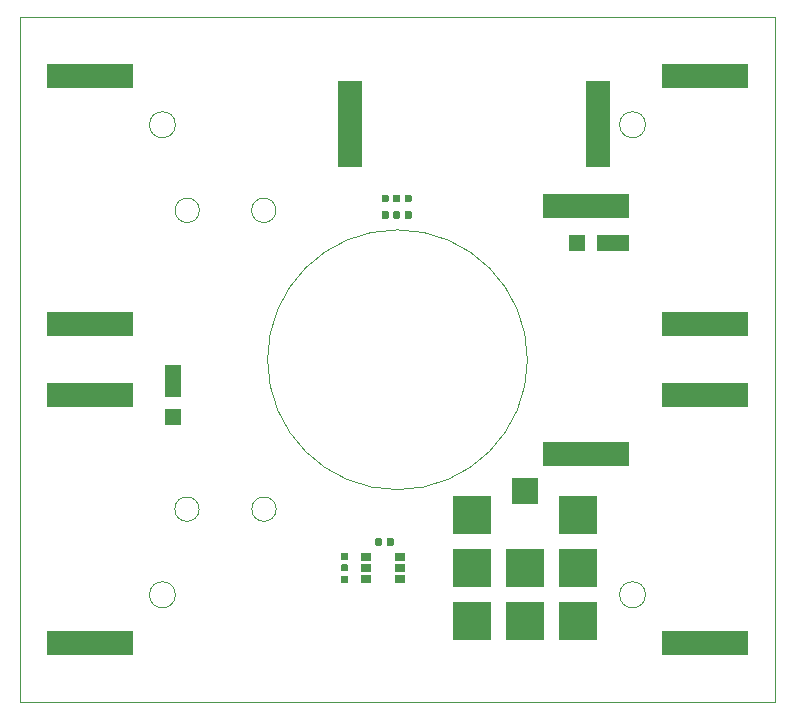
<source format=gbr>
%TF.GenerationSoftware,KiCad,Pcbnew,(5.1.4)-1*%
%TF.CreationDate,2019-10-25T20:54:23-07:00*%
%TF.ProjectId,solarpcd,736f6c61-7270-4636-942e-6b696361645f,rev?*%
%TF.SameCoordinates,Original*%
%TF.FileFunction,Paste,Top*%
%TF.FilePolarity,Positive*%
%FSLAX46Y46*%
G04 Gerber Fmt 4.6, Leading zero omitted, Abs format (unit mm)*
G04 Created by KiCad (PCBNEW (5.1.4)-1) date 2019-10-25 20:54:23*
%MOMM*%
%LPD*%
G04 APERTURE LIST*
%ADD10C,0.050000*%
%ADD11C,0.120000*%
%ADD12C,0.100000*%
%ADD13C,0.590000*%
%ADD14R,0.900000X0.700000*%
%ADD15R,3.200000X3.200000*%
%ADD16R,2.200000X2.200000*%
%ADD17R,7.400000X2.000000*%
%ADD18R,2.000000X7.400000*%
%ADD19R,1.400000X2.700000*%
%ADD20R,1.400000X1.400000*%
%ADD21R,2.700000X1.400000*%
G04 APERTURE END LIST*
D10*
X156000000Y-99000000D02*
G75*
G03X156000000Y-99000000I-11000000J0D01*
G01*
X134727563Y-111650000D02*
G75*
G03X134727563Y-111650000I-1029563J0D01*
G01*
X128202563Y-111650000D02*
G75*
G03X128202563Y-111650000I-1029563J0D01*
G01*
X134704563Y-86350000D02*
G75*
G03X134704563Y-86350000I-1029563J0D01*
G01*
X128229563Y-86350000D02*
G75*
G03X128229563Y-86350000I-1029563J0D01*
G01*
X166000000Y-79100000D02*
G75*
G03X166000000Y-79100000I-1100000J0D01*
G01*
X126200000Y-79100000D02*
G75*
G03X126200000Y-79100000I-1100000J0D01*
G01*
X166000000Y-118900000D02*
G75*
G03X166000000Y-118900000I-1100000J0D01*
G01*
D11*
X126200000Y-118900000D02*
G75*
G03X126200000Y-118900000I-1100000J0D01*
G01*
D12*
X177000000Y-70000000D02*
X113000000Y-70000000D01*
X113000000Y-128000000D02*
X177000000Y-128000000D01*
X177000000Y-128000000D02*
X177000000Y-70000000D01*
X113000000Y-70000000D02*
X113000000Y-128000000D01*
G36*
X156796000Y-111130000D02*
G01*
X156796000Y-109130000D01*
X154796000Y-109130000D01*
X154796000Y-111130000D01*
X156796000Y-111130000D01*
G37*
X156796000Y-111130000D02*
X156796000Y-109130000D01*
X154796000Y-109130000D01*
X154796000Y-111130000D01*
X156796000Y-111130000D01*
G36*
X152796000Y-113630000D02*
G01*
X152796000Y-110630000D01*
X149796000Y-110630000D01*
X149796000Y-113630000D01*
X152796000Y-113630000D01*
G37*
X152796000Y-113630000D02*
X152796000Y-110630000D01*
X149796000Y-110630000D01*
X149796000Y-113630000D01*
X152796000Y-113630000D01*
G36*
X161796000Y-113630000D02*
G01*
X161796000Y-110630000D01*
X158796000Y-110630000D01*
X158796000Y-113630000D01*
X161796000Y-113630000D01*
G37*
X161796000Y-113630000D02*
X161796000Y-110630000D01*
X158796000Y-110630000D01*
X158796000Y-113630000D01*
X161796000Y-113630000D01*
G36*
X152796000Y-118130000D02*
G01*
X152796000Y-115130000D01*
X149796000Y-115130000D01*
X149796000Y-118130000D01*
X152796000Y-118130000D01*
G37*
X152796000Y-118130000D02*
X152796000Y-115130000D01*
X149796000Y-115130000D01*
X149796000Y-118130000D01*
X152796000Y-118130000D01*
G36*
X161796000Y-118130000D02*
G01*
X161796000Y-115130000D01*
X158796000Y-115130000D01*
X158796000Y-118130000D01*
X161796000Y-118130000D01*
G37*
X161796000Y-118130000D02*
X161796000Y-115130000D01*
X158796000Y-115130000D01*
X158796000Y-118130000D01*
X161796000Y-118130000D01*
G36*
X152796000Y-122630000D02*
G01*
X152796000Y-119630000D01*
X149796000Y-119630000D01*
X149796000Y-122630000D01*
X152796000Y-122630000D01*
G37*
X152796000Y-122630000D02*
X152796000Y-119630000D01*
X149796000Y-119630000D01*
X149796000Y-122630000D01*
X152796000Y-122630000D01*
G36*
X157296000Y-122630000D02*
G01*
X157296000Y-119630000D01*
X154296000Y-119630000D01*
X154296000Y-122630000D01*
X157296000Y-122630000D01*
G37*
X157296000Y-122630000D02*
X157296000Y-119630000D01*
X154296000Y-119630000D01*
X154296000Y-122630000D01*
X157296000Y-122630000D01*
G36*
X161796000Y-122630000D02*
G01*
X161796000Y-119630000D01*
X158796000Y-119630000D01*
X158796000Y-122630000D01*
X161796000Y-122630000D01*
G37*
X161796000Y-122630000D02*
X161796000Y-119630000D01*
X158796000Y-119630000D01*
X158796000Y-122630000D01*
X161796000Y-122630000D01*
G36*
X157296000Y-118130000D02*
G01*
X157296000Y-115130000D01*
X154296000Y-115130000D01*
X154296000Y-118130000D01*
X157296000Y-118130000D01*
G37*
X157296000Y-118130000D02*
X157296000Y-115130000D01*
X154296000Y-115130000D01*
X154296000Y-118130000D01*
X157296000Y-118130000D01*
G36*
X143567958Y-114107710D02*
G01*
X143582276Y-114109834D01*
X143596317Y-114113351D01*
X143609946Y-114118228D01*
X143623031Y-114124417D01*
X143635447Y-114131858D01*
X143647073Y-114140481D01*
X143657798Y-114150202D01*
X143667519Y-114160927D01*
X143676142Y-114172553D01*
X143683583Y-114184969D01*
X143689772Y-114198054D01*
X143694649Y-114211683D01*
X143698166Y-114225724D01*
X143700290Y-114240042D01*
X143701000Y-114254500D01*
X143701000Y-114599500D01*
X143700290Y-114613958D01*
X143698166Y-114628276D01*
X143694649Y-114642317D01*
X143689772Y-114655946D01*
X143683583Y-114669031D01*
X143676142Y-114681447D01*
X143667519Y-114693073D01*
X143657798Y-114703798D01*
X143647073Y-114713519D01*
X143635447Y-114722142D01*
X143623031Y-114729583D01*
X143609946Y-114735772D01*
X143596317Y-114740649D01*
X143582276Y-114744166D01*
X143567958Y-114746290D01*
X143553500Y-114747000D01*
X143258500Y-114747000D01*
X143244042Y-114746290D01*
X143229724Y-114744166D01*
X143215683Y-114740649D01*
X143202054Y-114735772D01*
X143188969Y-114729583D01*
X143176553Y-114722142D01*
X143164927Y-114713519D01*
X143154202Y-114703798D01*
X143144481Y-114693073D01*
X143135858Y-114681447D01*
X143128417Y-114669031D01*
X143122228Y-114655946D01*
X143117351Y-114642317D01*
X143113834Y-114628276D01*
X143111710Y-114613958D01*
X143111000Y-114599500D01*
X143111000Y-114254500D01*
X143111710Y-114240042D01*
X143113834Y-114225724D01*
X143117351Y-114211683D01*
X143122228Y-114198054D01*
X143128417Y-114184969D01*
X143135858Y-114172553D01*
X143144481Y-114160927D01*
X143154202Y-114150202D01*
X143164927Y-114140481D01*
X143176553Y-114131858D01*
X143188969Y-114124417D01*
X143202054Y-114118228D01*
X143215683Y-114113351D01*
X143229724Y-114109834D01*
X143244042Y-114107710D01*
X143258500Y-114107000D01*
X143553500Y-114107000D01*
X143567958Y-114107710D01*
X143567958Y-114107710D01*
G37*
D13*
X143406000Y-114427000D03*
D12*
G36*
X144537958Y-114107710D02*
G01*
X144552276Y-114109834D01*
X144566317Y-114113351D01*
X144579946Y-114118228D01*
X144593031Y-114124417D01*
X144605447Y-114131858D01*
X144617073Y-114140481D01*
X144627798Y-114150202D01*
X144637519Y-114160927D01*
X144646142Y-114172553D01*
X144653583Y-114184969D01*
X144659772Y-114198054D01*
X144664649Y-114211683D01*
X144668166Y-114225724D01*
X144670290Y-114240042D01*
X144671000Y-114254500D01*
X144671000Y-114599500D01*
X144670290Y-114613958D01*
X144668166Y-114628276D01*
X144664649Y-114642317D01*
X144659772Y-114655946D01*
X144653583Y-114669031D01*
X144646142Y-114681447D01*
X144637519Y-114693073D01*
X144627798Y-114703798D01*
X144617073Y-114713519D01*
X144605447Y-114722142D01*
X144593031Y-114729583D01*
X144579946Y-114735772D01*
X144566317Y-114740649D01*
X144552276Y-114744166D01*
X144537958Y-114746290D01*
X144523500Y-114747000D01*
X144228500Y-114747000D01*
X144214042Y-114746290D01*
X144199724Y-114744166D01*
X144185683Y-114740649D01*
X144172054Y-114735772D01*
X144158969Y-114729583D01*
X144146553Y-114722142D01*
X144134927Y-114713519D01*
X144124202Y-114703798D01*
X144114481Y-114693073D01*
X144105858Y-114681447D01*
X144098417Y-114669031D01*
X144092228Y-114655946D01*
X144087351Y-114642317D01*
X144083834Y-114628276D01*
X144081710Y-114613958D01*
X144081000Y-114599500D01*
X144081000Y-114254500D01*
X144081710Y-114240042D01*
X144083834Y-114225724D01*
X144087351Y-114211683D01*
X144092228Y-114198054D01*
X144098417Y-114184969D01*
X144105858Y-114172553D01*
X144114481Y-114160927D01*
X144124202Y-114150202D01*
X144134927Y-114140481D01*
X144146553Y-114131858D01*
X144158969Y-114124417D01*
X144172054Y-114118228D01*
X144185683Y-114113351D01*
X144199724Y-114109834D01*
X144214042Y-114107710D01*
X144228500Y-114107000D01*
X144523500Y-114107000D01*
X144537958Y-114107710D01*
X144537958Y-114107710D01*
G37*
D13*
X144376000Y-114427000D03*
D14*
X142314000Y-115699500D03*
X142314000Y-116649500D03*
X142314000Y-117599500D03*
X145214000Y-117599500D03*
X145214000Y-116649500D03*
X145214000Y-115699500D03*
D15*
X151296000Y-112130000D03*
D16*
X155796000Y-110130000D03*
D15*
X160296000Y-112130000D03*
X151296000Y-116630000D03*
X155796000Y-116630000D03*
X160296000Y-116630000D03*
X151296000Y-121130000D03*
X155796000Y-121130000D03*
X160296000Y-121130000D03*
D17*
X119000000Y-96000000D03*
X119000000Y-75000000D03*
X171000000Y-102000000D03*
X171000000Y-123000000D03*
D18*
X162000000Y-79000000D03*
X141000000Y-79000000D03*
D17*
X161000000Y-107000000D03*
X161000000Y-86000000D03*
X119000000Y-102000000D03*
X119000000Y-123000000D03*
X171000000Y-96000000D03*
X171000000Y-75000000D03*
D19*
X126000000Y-100800000D03*
D20*
X126000000Y-103850000D03*
D21*
X163252000Y-89154000D03*
D20*
X160202000Y-89154000D03*
D12*
G36*
X145091958Y-85024710D02*
G01*
X145106276Y-85026834D01*
X145120317Y-85030351D01*
X145133946Y-85035228D01*
X145147031Y-85041417D01*
X145159447Y-85048858D01*
X145171073Y-85057481D01*
X145181798Y-85067202D01*
X145191519Y-85077927D01*
X145200142Y-85089553D01*
X145207583Y-85101969D01*
X145213772Y-85115054D01*
X145218649Y-85128683D01*
X145222166Y-85142724D01*
X145224290Y-85157042D01*
X145225000Y-85171500D01*
X145225000Y-85516500D01*
X145224290Y-85530958D01*
X145222166Y-85545276D01*
X145218649Y-85559317D01*
X145213772Y-85572946D01*
X145207583Y-85586031D01*
X145200142Y-85598447D01*
X145191519Y-85610073D01*
X145181798Y-85620798D01*
X145171073Y-85630519D01*
X145159447Y-85639142D01*
X145147031Y-85646583D01*
X145133946Y-85652772D01*
X145120317Y-85657649D01*
X145106276Y-85661166D01*
X145091958Y-85663290D01*
X145077500Y-85664000D01*
X144782500Y-85664000D01*
X144768042Y-85663290D01*
X144753724Y-85661166D01*
X144739683Y-85657649D01*
X144726054Y-85652772D01*
X144712969Y-85646583D01*
X144700553Y-85639142D01*
X144688927Y-85630519D01*
X144678202Y-85620798D01*
X144668481Y-85610073D01*
X144659858Y-85598447D01*
X144652417Y-85586031D01*
X144646228Y-85572946D01*
X144641351Y-85559317D01*
X144637834Y-85545276D01*
X144635710Y-85530958D01*
X144635000Y-85516500D01*
X144635000Y-85171500D01*
X144635710Y-85157042D01*
X144637834Y-85142724D01*
X144641351Y-85128683D01*
X144646228Y-85115054D01*
X144652417Y-85101969D01*
X144659858Y-85089553D01*
X144668481Y-85077927D01*
X144678202Y-85067202D01*
X144688927Y-85057481D01*
X144700553Y-85048858D01*
X144712969Y-85041417D01*
X144726054Y-85035228D01*
X144739683Y-85030351D01*
X144753724Y-85026834D01*
X144768042Y-85024710D01*
X144782500Y-85024000D01*
X145077500Y-85024000D01*
X145091958Y-85024710D01*
X145091958Y-85024710D01*
G37*
D13*
X144930000Y-85344000D03*
D12*
G36*
X146061958Y-85024710D02*
G01*
X146076276Y-85026834D01*
X146090317Y-85030351D01*
X146103946Y-85035228D01*
X146117031Y-85041417D01*
X146129447Y-85048858D01*
X146141073Y-85057481D01*
X146151798Y-85067202D01*
X146161519Y-85077927D01*
X146170142Y-85089553D01*
X146177583Y-85101969D01*
X146183772Y-85115054D01*
X146188649Y-85128683D01*
X146192166Y-85142724D01*
X146194290Y-85157042D01*
X146195000Y-85171500D01*
X146195000Y-85516500D01*
X146194290Y-85530958D01*
X146192166Y-85545276D01*
X146188649Y-85559317D01*
X146183772Y-85572946D01*
X146177583Y-85586031D01*
X146170142Y-85598447D01*
X146161519Y-85610073D01*
X146151798Y-85620798D01*
X146141073Y-85630519D01*
X146129447Y-85639142D01*
X146117031Y-85646583D01*
X146103946Y-85652772D01*
X146090317Y-85657649D01*
X146076276Y-85661166D01*
X146061958Y-85663290D01*
X146047500Y-85664000D01*
X145752500Y-85664000D01*
X145738042Y-85663290D01*
X145723724Y-85661166D01*
X145709683Y-85657649D01*
X145696054Y-85652772D01*
X145682969Y-85646583D01*
X145670553Y-85639142D01*
X145658927Y-85630519D01*
X145648202Y-85620798D01*
X145638481Y-85610073D01*
X145629858Y-85598447D01*
X145622417Y-85586031D01*
X145616228Y-85572946D01*
X145611351Y-85559317D01*
X145607834Y-85545276D01*
X145605710Y-85530958D01*
X145605000Y-85516500D01*
X145605000Y-85171500D01*
X145605710Y-85157042D01*
X145607834Y-85142724D01*
X145611351Y-85128683D01*
X145616228Y-85115054D01*
X145622417Y-85101969D01*
X145629858Y-85089553D01*
X145638481Y-85077927D01*
X145648202Y-85067202D01*
X145658927Y-85057481D01*
X145670553Y-85048858D01*
X145682969Y-85041417D01*
X145696054Y-85035228D01*
X145709683Y-85030351D01*
X145723724Y-85026834D01*
X145738042Y-85024710D01*
X145752500Y-85024000D01*
X146047500Y-85024000D01*
X146061958Y-85024710D01*
X146061958Y-85024710D01*
G37*
D13*
X145900000Y-85344000D03*
D12*
G36*
X144121678Y-85024710D02*
G01*
X144135996Y-85026834D01*
X144150037Y-85030351D01*
X144163666Y-85035228D01*
X144176751Y-85041417D01*
X144189167Y-85048858D01*
X144200793Y-85057481D01*
X144211518Y-85067202D01*
X144221239Y-85077927D01*
X144229862Y-85089553D01*
X144237303Y-85101969D01*
X144243492Y-85115054D01*
X144248369Y-85128683D01*
X144251886Y-85142724D01*
X144254010Y-85157042D01*
X144254720Y-85171500D01*
X144254720Y-85516500D01*
X144254010Y-85530958D01*
X144251886Y-85545276D01*
X144248369Y-85559317D01*
X144243492Y-85572946D01*
X144237303Y-85586031D01*
X144229862Y-85598447D01*
X144221239Y-85610073D01*
X144211518Y-85620798D01*
X144200793Y-85630519D01*
X144189167Y-85639142D01*
X144176751Y-85646583D01*
X144163666Y-85652772D01*
X144150037Y-85657649D01*
X144135996Y-85661166D01*
X144121678Y-85663290D01*
X144107220Y-85664000D01*
X143812220Y-85664000D01*
X143797762Y-85663290D01*
X143783444Y-85661166D01*
X143769403Y-85657649D01*
X143755774Y-85652772D01*
X143742689Y-85646583D01*
X143730273Y-85639142D01*
X143718647Y-85630519D01*
X143707922Y-85620798D01*
X143698201Y-85610073D01*
X143689578Y-85598447D01*
X143682137Y-85586031D01*
X143675948Y-85572946D01*
X143671071Y-85559317D01*
X143667554Y-85545276D01*
X143665430Y-85530958D01*
X143664720Y-85516500D01*
X143664720Y-85171500D01*
X143665430Y-85157042D01*
X143667554Y-85142724D01*
X143671071Y-85128683D01*
X143675948Y-85115054D01*
X143682137Y-85101969D01*
X143689578Y-85089553D01*
X143698201Y-85077927D01*
X143707922Y-85067202D01*
X143718647Y-85057481D01*
X143730273Y-85048858D01*
X143742689Y-85041417D01*
X143755774Y-85035228D01*
X143769403Y-85030351D01*
X143783444Y-85026834D01*
X143797762Y-85024710D01*
X143812220Y-85024000D01*
X144107220Y-85024000D01*
X144121678Y-85024710D01*
X144121678Y-85024710D01*
G37*
D13*
X143959720Y-85344000D03*
D12*
G36*
X145091678Y-85024710D02*
G01*
X145105996Y-85026834D01*
X145120037Y-85030351D01*
X145133666Y-85035228D01*
X145146751Y-85041417D01*
X145159167Y-85048858D01*
X145170793Y-85057481D01*
X145181518Y-85067202D01*
X145191239Y-85077927D01*
X145199862Y-85089553D01*
X145207303Y-85101969D01*
X145213492Y-85115054D01*
X145218369Y-85128683D01*
X145221886Y-85142724D01*
X145224010Y-85157042D01*
X145224720Y-85171500D01*
X145224720Y-85516500D01*
X145224010Y-85530958D01*
X145221886Y-85545276D01*
X145218369Y-85559317D01*
X145213492Y-85572946D01*
X145207303Y-85586031D01*
X145199862Y-85598447D01*
X145191239Y-85610073D01*
X145181518Y-85620798D01*
X145170793Y-85630519D01*
X145159167Y-85639142D01*
X145146751Y-85646583D01*
X145133666Y-85652772D01*
X145120037Y-85657649D01*
X145105996Y-85661166D01*
X145091678Y-85663290D01*
X145077220Y-85664000D01*
X144782220Y-85664000D01*
X144767762Y-85663290D01*
X144753444Y-85661166D01*
X144739403Y-85657649D01*
X144725774Y-85652772D01*
X144712689Y-85646583D01*
X144700273Y-85639142D01*
X144688647Y-85630519D01*
X144677922Y-85620798D01*
X144668201Y-85610073D01*
X144659578Y-85598447D01*
X144652137Y-85586031D01*
X144645948Y-85572946D01*
X144641071Y-85559317D01*
X144637554Y-85545276D01*
X144635430Y-85530958D01*
X144634720Y-85516500D01*
X144634720Y-85171500D01*
X144635430Y-85157042D01*
X144637554Y-85142724D01*
X144641071Y-85128683D01*
X144645948Y-85115054D01*
X144652137Y-85101969D01*
X144659578Y-85089553D01*
X144668201Y-85077927D01*
X144677922Y-85067202D01*
X144688647Y-85057481D01*
X144700273Y-85048858D01*
X144712689Y-85041417D01*
X144725774Y-85035228D01*
X144739403Y-85030351D01*
X144753444Y-85026834D01*
X144767762Y-85024710D01*
X144782220Y-85024000D01*
X145077220Y-85024000D01*
X145091678Y-85024710D01*
X145091678Y-85024710D01*
G37*
D13*
X144929720Y-85344000D03*
D12*
G36*
X145091958Y-86421710D02*
G01*
X145106276Y-86423834D01*
X145120317Y-86427351D01*
X145133946Y-86432228D01*
X145147031Y-86438417D01*
X145159447Y-86445858D01*
X145171073Y-86454481D01*
X145181798Y-86464202D01*
X145191519Y-86474927D01*
X145200142Y-86486553D01*
X145207583Y-86498969D01*
X145213772Y-86512054D01*
X145218649Y-86525683D01*
X145222166Y-86539724D01*
X145224290Y-86554042D01*
X145225000Y-86568500D01*
X145225000Y-86913500D01*
X145224290Y-86927958D01*
X145222166Y-86942276D01*
X145218649Y-86956317D01*
X145213772Y-86969946D01*
X145207583Y-86983031D01*
X145200142Y-86995447D01*
X145191519Y-87007073D01*
X145181798Y-87017798D01*
X145171073Y-87027519D01*
X145159447Y-87036142D01*
X145147031Y-87043583D01*
X145133946Y-87049772D01*
X145120317Y-87054649D01*
X145106276Y-87058166D01*
X145091958Y-87060290D01*
X145077500Y-87061000D01*
X144782500Y-87061000D01*
X144768042Y-87060290D01*
X144753724Y-87058166D01*
X144739683Y-87054649D01*
X144726054Y-87049772D01*
X144712969Y-87043583D01*
X144700553Y-87036142D01*
X144688927Y-87027519D01*
X144678202Y-87017798D01*
X144668481Y-87007073D01*
X144659858Y-86995447D01*
X144652417Y-86983031D01*
X144646228Y-86969946D01*
X144641351Y-86956317D01*
X144637834Y-86942276D01*
X144635710Y-86927958D01*
X144635000Y-86913500D01*
X144635000Y-86568500D01*
X144635710Y-86554042D01*
X144637834Y-86539724D01*
X144641351Y-86525683D01*
X144646228Y-86512054D01*
X144652417Y-86498969D01*
X144659858Y-86486553D01*
X144668481Y-86474927D01*
X144678202Y-86464202D01*
X144688927Y-86454481D01*
X144700553Y-86445858D01*
X144712969Y-86438417D01*
X144726054Y-86432228D01*
X144739683Y-86427351D01*
X144753724Y-86423834D01*
X144768042Y-86421710D01*
X144782500Y-86421000D01*
X145077500Y-86421000D01*
X145091958Y-86421710D01*
X145091958Y-86421710D01*
G37*
D13*
X144930000Y-86741000D03*
D12*
G36*
X146061958Y-86421710D02*
G01*
X146076276Y-86423834D01*
X146090317Y-86427351D01*
X146103946Y-86432228D01*
X146117031Y-86438417D01*
X146129447Y-86445858D01*
X146141073Y-86454481D01*
X146151798Y-86464202D01*
X146161519Y-86474927D01*
X146170142Y-86486553D01*
X146177583Y-86498969D01*
X146183772Y-86512054D01*
X146188649Y-86525683D01*
X146192166Y-86539724D01*
X146194290Y-86554042D01*
X146195000Y-86568500D01*
X146195000Y-86913500D01*
X146194290Y-86927958D01*
X146192166Y-86942276D01*
X146188649Y-86956317D01*
X146183772Y-86969946D01*
X146177583Y-86983031D01*
X146170142Y-86995447D01*
X146161519Y-87007073D01*
X146151798Y-87017798D01*
X146141073Y-87027519D01*
X146129447Y-87036142D01*
X146117031Y-87043583D01*
X146103946Y-87049772D01*
X146090317Y-87054649D01*
X146076276Y-87058166D01*
X146061958Y-87060290D01*
X146047500Y-87061000D01*
X145752500Y-87061000D01*
X145738042Y-87060290D01*
X145723724Y-87058166D01*
X145709683Y-87054649D01*
X145696054Y-87049772D01*
X145682969Y-87043583D01*
X145670553Y-87036142D01*
X145658927Y-87027519D01*
X145648202Y-87017798D01*
X145638481Y-87007073D01*
X145629858Y-86995447D01*
X145622417Y-86983031D01*
X145616228Y-86969946D01*
X145611351Y-86956317D01*
X145607834Y-86942276D01*
X145605710Y-86927958D01*
X145605000Y-86913500D01*
X145605000Y-86568500D01*
X145605710Y-86554042D01*
X145607834Y-86539724D01*
X145611351Y-86525683D01*
X145616228Y-86512054D01*
X145622417Y-86498969D01*
X145629858Y-86486553D01*
X145638481Y-86474927D01*
X145648202Y-86464202D01*
X145658927Y-86454481D01*
X145670553Y-86445858D01*
X145682969Y-86438417D01*
X145696054Y-86432228D01*
X145709683Y-86427351D01*
X145723724Y-86423834D01*
X145738042Y-86421710D01*
X145752500Y-86421000D01*
X146047500Y-86421000D01*
X146061958Y-86421710D01*
X146061958Y-86421710D01*
G37*
D13*
X145900000Y-86741000D03*
D12*
G36*
X144121678Y-86421710D02*
G01*
X144135996Y-86423834D01*
X144150037Y-86427351D01*
X144163666Y-86432228D01*
X144176751Y-86438417D01*
X144189167Y-86445858D01*
X144200793Y-86454481D01*
X144211518Y-86464202D01*
X144221239Y-86474927D01*
X144229862Y-86486553D01*
X144237303Y-86498969D01*
X144243492Y-86512054D01*
X144248369Y-86525683D01*
X144251886Y-86539724D01*
X144254010Y-86554042D01*
X144254720Y-86568500D01*
X144254720Y-86913500D01*
X144254010Y-86927958D01*
X144251886Y-86942276D01*
X144248369Y-86956317D01*
X144243492Y-86969946D01*
X144237303Y-86983031D01*
X144229862Y-86995447D01*
X144221239Y-87007073D01*
X144211518Y-87017798D01*
X144200793Y-87027519D01*
X144189167Y-87036142D01*
X144176751Y-87043583D01*
X144163666Y-87049772D01*
X144150037Y-87054649D01*
X144135996Y-87058166D01*
X144121678Y-87060290D01*
X144107220Y-87061000D01*
X143812220Y-87061000D01*
X143797762Y-87060290D01*
X143783444Y-87058166D01*
X143769403Y-87054649D01*
X143755774Y-87049772D01*
X143742689Y-87043583D01*
X143730273Y-87036142D01*
X143718647Y-87027519D01*
X143707922Y-87017798D01*
X143698201Y-87007073D01*
X143689578Y-86995447D01*
X143682137Y-86983031D01*
X143675948Y-86969946D01*
X143671071Y-86956317D01*
X143667554Y-86942276D01*
X143665430Y-86927958D01*
X143664720Y-86913500D01*
X143664720Y-86568500D01*
X143665430Y-86554042D01*
X143667554Y-86539724D01*
X143671071Y-86525683D01*
X143675948Y-86512054D01*
X143682137Y-86498969D01*
X143689578Y-86486553D01*
X143698201Y-86474927D01*
X143707922Y-86464202D01*
X143718647Y-86454481D01*
X143730273Y-86445858D01*
X143742689Y-86438417D01*
X143755774Y-86432228D01*
X143769403Y-86427351D01*
X143783444Y-86423834D01*
X143797762Y-86421710D01*
X143812220Y-86421000D01*
X144107220Y-86421000D01*
X144121678Y-86421710D01*
X144121678Y-86421710D01*
G37*
D13*
X143959720Y-86741000D03*
D12*
G36*
X145091678Y-86421710D02*
G01*
X145105996Y-86423834D01*
X145120037Y-86427351D01*
X145133666Y-86432228D01*
X145146751Y-86438417D01*
X145159167Y-86445858D01*
X145170793Y-86454481D01*
X145181518Y-86464202D01*
X145191239Y-86474927D01*
X145199862Y-86486553D01*
X145207303Y-86498969D01*
X145213492Y-86512054D01*
X145218369Y-86525683D01*
X145221886Y-86539724D01*
X145224010Y-86554042D01*
X145224720Y-86568500D01*
X145224720Y-86913500D01*
X145224010Y-86927958D01*
X145221886Y-86942276D01*
X145218369Y-86956317D01*
X145213492Y-86969946D01*
X145207303Y-86983031D01*
X145199862Y-86995447D01*
X145191239Y-87007073D01*
X145181518Y-87017798D01*
X145170793Y-87027519D01*
X145159167Y-87036142D01*
X145146751Y-87043583D01*
X145133666Y-87049772D01*
X145120037Y-87054649D01*
X145105996Y-87058166D01*
X145091678Y-87060290D01*
X145077220Y-87061000D01*
X144782220Y-87061000D01*
X144767762Y-87060290D01*
X144753444Y-87058166D01*
X144739403Y-87054649D01*
X144725774Y-87049772D01*
X144712689Y-87043583D01*
X144700273Y-87036142D01*
X144688647Y-87027519D01*
X144677922Y-87017798D01*
X144668201Y-87007073D01*
X144659578Y-86995447D01*
X144652137Y-86983031D01*
X144645948Y-86969946D01*
X144641071Y-86956317D01*
X144637554Y-86942276D01*
X144635430Y-86927958D01*
X144634720Y-86913500D01*
X144634720Y-86568500D01*
X144635430Y-86554042D01*
X144637554Y-86539724D01*
X144641071Y-86525683D01*
X144645948Y-86512054D01*
X144652137Y-86498969D01*
X144659578Y-86486553D01*
X144668201Y-86474927D01*
X144677922Y-86464202D01*
X144688647Y-86454481D01*
X144700273Y-86445858D01*
X144712689Y-86438417D01*
X144725774Y-86432228D01*
X144739403Y-86427351D01*
X144753444Y-86423834D01*
X144767762Y-86421710D01*
X144782220Y-86421000D01*
X145077220Y-86421000D01*
X145091678Y-86421710D01*
X145091678Y-86421710D01*
G37*
D13*
X144929720Y-86741000D03*
D12*
G36*
X140712458Y-116337710D02*
G01*
X140726776Y-116339834D01*
X140740817Y-116343351D01*
X140754446Y-116348228D01*
X140767531Y-116354417D01*
X140779947Y-116361858D01*
X140791573Y-116370481D01*
X140802298Y-116380202D01*
X140812019Y-116390927D01*
X140820642Y-116402553D01*
X140828083Y-116414969D01*
X140834272Y-116428054D01*
X140839149Y-116441683D01*
X140842666Y-116455724D01*
X140844790Y-116470042D01*
X140845500Y-116484500D01*
X140845500Y-116779500D01*
X140844790Y-116793958D01*
X140842666Y-116808276D01*
X140839149Y-116822317D01*
X140834272Y-116835946D01*
X140828083Y-116849031D01*
X140820642Y-116861447D01*
X140812019Y-116873073D01*
X140802298Y-116883798D01*
X140791573Y-116893519D01*
X140779947Y-116902142D01*
X140767531Y-116909583D01*
X140754446Y-116915772D01*
X140740817Y-116920649D01*
X140726776Y-116924166D01*
X140712458Y-116926290D01*
X140698000Y-116927000D01*
X140353000Y-116927000D01*
X140338542Y-116926290D01*
X140324224Y-116924166D01*
X140310183Y-116920649D01*
X140296554Y-116915772D01*
X140283469Y-116909583D01*
X140271053Y-116902142D01*
X140259427Y-116893519D01*
X140248702Y-116883798D01*
X140238981Y-116873073D01*
X140230358Y-116861447D01*
X140222917Y-116849031D01*
X140216728Y-116835946D01*
X140211851Y-116822317D01*
X140208334Y-116808276D01*
X140206210Y-116793958D01*
X140205500Y-116779500D01*
X140205500Y-116484500D01*
X140206210Y-116470042D01*
X140208334Y-116455724D01*
X140211851Y-116441683D01*
X140216728Y-116428054D01*
X140222917Y-116414969D01*
X140230358Y-116402553D01*
X140238981Y-116390927D01*
X140248702Y-116380202D01*
X140259427Y-116370481D01*
X140271053Y-116361858D01*
X140283469Y-116354417D01*
X140296554Y-116348228D01*
X140310183Y-116343351D01*
X140324224Y-116339834D01*
X140338542Y-116337710D01*
X140353000Y-116337000D01*
X140698000Y-116337000D01*
X140712458Y-116337710D01*
X140712458Y-116337710D01*
G37*
D13*
X140525500Y-116632000D03*
D12*
G36*
X140712458Y-117307710D02*
G01*
X140726776Y-117309834D01*
X140740817Y-117313351D01*
X140754446Y-117318228D01*
X140767531Y-117324417D01*
X140779947Y-117331858D01*
X140791573Y-117340481D01*
X140802298Y-117350202D01*
X140812019Y-117360927D01*
X140820642Y-117372553D01*
X140828083Y-117384969D01*
X140834272Y-117398054D01*
X140839149Y-117411683D01*
X140842666Y-117425724D01*
X140844790Y-117440042D01*
X140845500Y-117454500D01*
X140845500Y-117749500D01*
X140844790Y-117763958D01*
X140842666Y-117778276D01*
X140839149Y-117792317D01*
X140834272Y-117805946D01*
X140828083Y-117819031D01*
X140820642Y-117831447D01*
X140812019Y-117843073D01*
X140802298Y-117853798D01*
X140791573Y-117863519D01*
X140779947Y-117872142D01*
X140767531Y-117879583D01*
X140754446Y-117885772D01*
X140740817Y-117890649D01*
X140726776Y-117894166D01*
X140712458Y-117896290D01*
X140698000Y-117897000D01*
X140353000Y-117897000D01*
X140338542Y-117896290D01*
X140324224Y-117894166D01*
X140310183Y-117890649D01*
X140296554Y-117885772D01*
X140283469Y-117879583D01*
X140271053Y-117872142D01*
X140259427Y-117863519D01*
X140248702Y-117853798D01*
X140238981Y-117843073D01*
X140230358Y-117831447D01*
X140222917Y-117819031D01*
X140216728Y-117805946D01*
X140211851Y-117792317D01*
X140208334Y-117778276D01*
X140206210Y-117763958D01*
X140205500Y-117749500D01*
X140205500Y-117454500D01*
X140206210Y-117440042D01*
X140208334Y-117425724D01*
X140211851Y-117411683D01*
X140216728Y-117398054D01*
X140222917Y-117384969D01*
X140230358Y-117372553D01*
X140238981Y-117360927D01*
X140248702Y-117350202D01*
X140259427Y-117340481D01*
X140271053Y-117331858D01*
X140283469Y-117324417D01*
X140296554Y-117318228D01*
X140310183Y-117313351D01*
X140324224Y-117309834D01*
X140338542Y-117307710D01*
X140353000Y-117307000D01*
X140698000Y-117307000D01*
X140712458Y-117307710D01*
X140712458Y-117307710D01*
G37*
D13*
X140525500Y-117602000D03*
D12*
G36*
X140712458Y-115362210D02*
G01*
X140726776Y-115364334D01*
X140740817Y-115367851D01*
X140754446Y-115372728D01*
X140767531Y-115378917D01*
X140779947Y-115386358D01*
X140791573Y-115394981D01*
X140802298Y-115404702D01*
X140812019Y-115415427D01*
X140820642Y-115427053D01*
X140828083Y-115439469D01*
X140834272Y-115452554D01*
X140839149Y-115466183D01*
X140842666Y-115480224D01*
X140844790Y-115494542D01*
X140845500Y-115509000D01*
X140845500Y-115804000D01*
X140844790Y-115818458D01*
X140842666Y-115832776D01*
X140839149Y-115846817D01*
X140834272Y-115860446D01*
X140828083Y-115873531D01*
X140820642Y-115885947D01*
X140812019Y-115897573D01*
X140802298Y-115908298D01*
X140791573Y-115918019D01*
X140779947Y-115926642D01*
X140767531Y-115934083D01*
X140754446Y-115940272D01*
X140740817Y-115945149D01*
X140726776Y-115948666D01*
X140712458Y-115950790D01*
X140698000Y-115951500D01*
X140353000Y-115951500D01*
X140338542Y-115950790D01*
X140324224Y-115948666D01*
X140310183Y-115945149D01*
X140296554Y-115940272D01*
X140283469Y-115934083D01*
X140271053Y-115926642D01*
X140259427Y-115918019D01*
X140248702Y-115908298D01*
X140238981Y-115897573D01*
X140230358Y-115885947D01*
X140222917Y-115873531D01*
X140216728Y-115860446D01*
X140211851Y-115846817D01*
X140208334Y-115832776D01*
X140206210Y-115818458D01*
X140205500Y-115804000D01*
X140205500Y-115509000D01*
X140206210Y-115494542D01*
X140208334Y-115480224D01*
X140211851Y-115466183D01*
X140216728Y-115452554D01*
X140222917Y-115439469D01*
X140230358Y-115427053D01*
X140238981Y-115415427D01*
X140248702Y-115404702D01*
X140259427Y-115394981D01*
X140271053Y-115386358D01*
X140283469Y-115378917D01*
X140296554Y-115372728D01*
X140310183Y-115367851D01*
X140324224Y-115364334D01*
X140338542Y-115362210D01*
X140353000Y-115361500D01*
X140698000Y-115361500D01*
X140712458Y-115362210D01*
X140712458Y-115362210D01*
G37*
D13*
X140525500Y-115656500D03*
D12*
G36*
X140712458Y-116332210D02*
G01*
X140726776Y-116334334D01*
X140740817Y-116337851D01*
X140754446Y-116342728D01*
X140767531Y-116348917D01*
X140779947Y-116356358D01*
X140791573Y-116364981D01*
X140802298Y-116374702D01*
X140812019Y-116385427D01*
X140820642Y-116397053D01*
X140828083Y-116409469D01*
X140834272Y-116422554D01*
X140839149Y-116436183D01*
X140842666Y-116450224D01*
X140844790Y-116464542D01*
X140845500Y-116479000D01*
X140845500Y-116774000D01*
X140844790Y-116788458D01*
X140842666Y-116802776D01*
X140839149Y-116816817D01*
X140834272Y-116830446D01*
X140828083Y-116843531D01*
X140820642Y-116855947D01*
X140812019Y-116867573D01*
X140802298Y-116878298D01*
X140791573Y-116888019D01*
X140779947Y-116896642D01*
X140767531Y-116904083D01*
X140754446Y-116910272D01*
X140740817Y-116915149D01*
X140726776Y-116918666D01*
X140712458Y-116920790D01*
X140698000Y-116921500D01*
X140353000Y-116921500D01*
X140338542Y-116920790D01*
X140324224Y-116918666D01*
X140310183Y-116915149D01*
X140296554Y-116910272D01*
X140283469Y-116904083D01*
X140271053Y-116896642D01*
X140259427Y-116888019D01*
X140248702Y-116878298D01*
X140238981Y-116867573D01*
X140230358Y-116855947D01*
X140222917Y-116843531D01*
X140216728Y-116830446D01*
X140211851Y-116816817D01*
X140208334Y-116802776D01*
X140206210Y-116788458D01*
X140205500Y-116774000D01*
X140205500Y-116479000D01*
X140206210Y-116464542D01*
X140208334Y-116450224D01*
X140211851Y-116436183D01*
X140216728Y-116422554D01*
X140222917Y-116409469D01*
X140230358Y-116397053D01*
X140238981Y-116385427D01*
X140248702Y-116374702D01*
X140259427Y-116364981D01*
X140271053Y-116356358D01*
X140283469Y-116348917D01*
X140296554Y-116342728D01*
X140310183Y-116337851D01*
X140324224Y-116334334D01*
X140338542Y-116332210D01*
X140353000Y-116331500D01*
X140698000Y-116331500D01*
X140712458Y-116332210D01*
X140712458Y-116332210D01*
G37*
D13*
X140525500Y-116626500D03*
M02*

</source>
